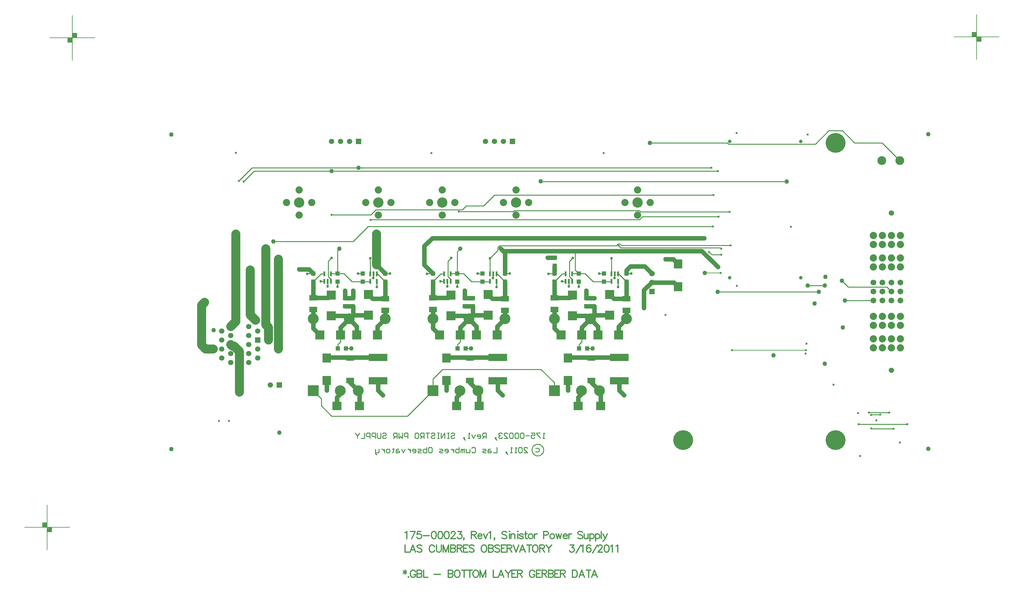
<source format=gbl>
%FSLAX23Y23*%
%MOIN*%
G70*
G01*
G75*
G04 Layer_Physical_Order=5*
G04 Layer_Color=16711680*
%ADD10R,0.051X0.059*%
%ADD11R,0.102X0.094*%
%ADD12R,0.070X0.135*%
%ADD13R,0.050X0.050*%
%ADD14R,0.079X0.209*%
%ADD15R,0.050X0.050*%
%ADD16R,0.022X0.057*%
%ADD17R,0.022X0.057*%
%ADD18R,0.059X0.051*%
%ADD19R,0.200X0.040*%
%ADD20R,0.200X0.150*%
%ADD21R,0.057X0.022*%
%ADD22R,0.057X0.022*%
%ADD23R,0.036X0.036*%
%ADD24O,0.014X0.067*%
%ADD25O,0.024X0.079*%
%ADD26R,0.059X0.039*%
%ADD27R,0.057X0.012*%
%ADD28R,0.025X0.185*%
%ADD29R,0.025X0.100*%
%ADD30C,0.010*%
%ADD31C,0.050*%
%ADD32C,0.007*%
%ADD33C,0.100*%
%ADD34C,0.012*%
%ADD35C,0.008*%
%ADD36C,0.012*%
%ADD37C,0.012*%
%ADD38C,0.115*%
%ADD39C,0.080*%
%ADD40R,0.120X0.120*%
%ADD41C,0.120*%
%ADD42R,0.059X0.059*%
%ADD43C,0.059*%
%ADD44C,0.050*%
%ADD45R,0.063X0.063*%
%ADD46C,0.063*%
%ADD47C,0.098*%
%ADD48C,0.065*%
%ADD49C,0.220*%
%ADD50C,0.039*%
%ADD51C,0.024*%
%ADD52C,0.030*%
%ADD53C,0.040*%
%ADD54C,0.093*%
G04:AMPARAMS|DCode=55|XSize=98mil|YSize=98mil|CornerRadius=0mil|HoleSize=0mil|Usage=FLASHONLY|Rotation=0.000|XOffset=0mil|YOffset=0mil|HoleType=Round|Shape=Relief|Width=10mil|Gap=10mil|Entries=4|*
%AMTHD55*
7,0,0,0.098,0.078,0.010,45*
%
%ADD55THD55*%
%ADD56C,0.098*%
%ADD57C,0.055*%
G04:AMPARAMS|DCode=58|XSize=95.433mil|YSize=95.433mil|CornerRadius=0mil|HoleSize=0mil|Usage=FLASHONLY|Rotation=0.000|XOffset=0mil|YOffset=0mil|HoleType=Round|Shape=Relief|Width=10mil|Gap=10mil|Entries=4|*
%AMTHD58*
7,0,0,0.095,0.075,0.010,45*
%
%ADD58THD58*%
%ADD59C,0.130*%
%ADD60C,0.059*%
%ADD61C,0.079*%
%ADD62C,0.072*%
%ADD63C,0.060*%
%ADD64C,0.170*%
%ADD65C,0.048*%
G04:AMPARAMS|DCode=66|XSize=87.559mil|YSize=87.559mil|CornerRadius=0mil|HoleSize=0mil|Usage=FLASHONLY|Rotation=0.000|XOffset=0mil|YOffset=0mil|HoleType=Round|Shape=Relief|Width=10mil|Gap=10mil|Entries=4|*
%AMTHD66*
7,0,0,0.088,0.068,0.010,45*
%
%ADD66THD66*%
%ADD67C,0.186*%
%ADD68C,0.060*%
%ADD69C,0.048*%
G04:AMPARAMS|DCode=70|XSize=70mil|YSize=70mil|CornerRadius=0mil|HoleSize=0mil|Usage=FLASHONLY|Rotation=0.000|XOffset=0mil|YOffset=0mil|HoleType=Round|Shape=Relief|Width=10mil|Gap=10mil|Entries=4|*
%AMTHD70*
7,0,0,0.070,0.050,0.010,45*
%
%ADD70THD70*%
G04:AMPARAMS|DCode=71|XSize=88mil|YSize=88mil|CornerRadius=0mil|HoleSize=0mil|Usage=FLASHONLY|Rotation=0.000|XOffset=0mil|YOffset=0mil|HoleType=Round|Shape=Relief|Width=10mil|Gap=10mil|Entries=4|*
%AMTHD71*
7,0,0,0.088,0.068,0.010,45*
%
%ADD71THD71*%
G04:AMPARAMS|DCode=72|XSize=75mil|YSize=75mil|CornerRadius=0mil|HoleSize=0mil|Usage=FLASHONLY|Rotation=0.000|XOffset=0mil|YOffset=0mil|HoleType=Round|Shape=Relief|Width=10mil|Gap=10mil|Entries=4|*
%AMTHD72*
7,0,0,0.075,0.055,0.010,45*
%
%ADD72THD72*%
%ADD73C,0.035*%
%ADD74C,0.005*%
%ADD75C,0.058*%
G04:AMPARAMS|DCode=76|XSize=138mil|YSize=138mil|CornerRadius=0mil|HoleSize=0mil|Usage=FLASHONLY|Rotation=0.000|XOffset=0mil|YOffset=0mil|HoleType=Round|Shape=Relief|Width=10mil|Gap=10mil|Entries=4|*
%AMTHD76*
7,0,0,0.138,0.118,0.010,45*
%
%ADD76THD76*%
G04:AMPARAMS|DCode=77|XSize=119.055mil|YSize=119.055mil|CornerRadius=0mil|HoleSize=0mil|Usage=FLASHONLY|Rotation=0.000|XOffset=0mil|YOffset=0mil|HoleType=Round|Shape=Relief|Width=10mil|Gap=10mil|Entries=4|*
%AMTHD77*
7,0,0,0.119,0.099,0.010,45*
%
%ADD77THD77*%
G04:AMPARAMS|DCode=78|XSize=112mil|YSize=112mil|CornerRadius=0mil|HoleSize=0mil|Usage=FLASHONLY|Rotation=0.000|XOffset=0mil|YOffset=0mil|HoleType=Round|Shape=Relief|Width=10mil|Gap=10mil|Entries=4|*
%AMTHD78*
7,0,0,0.112,0.092,0.010,45*
%
%ADD78THD78*%
G04:AMPARAMS|DCode=79|XSize=100mil|YSize=100mil|CornerRadius=0mil|HoleSize=0mil|Usage=FLASHONLY|Rotation=0.000|XOffset=0mil|YOffset=0mil|HoleType=Round|Shape=Relief|Width=10mil|Gap=10mil|Entries=4|*
%AMTHD79*
7,0,0,0.100,0.080,0.010,45*
%
%ADD79THD79*%
%ADD80R,0.094X0.102*%
%ADD81R,0.087X0.059*%
%ADD82R,0.209X0.079*%
%ADD83R,0.100X0.100*%
%ADD84R,0.086X0.060*%
%ADD85R,0.100X0.100*%
D11*
X19200Y16325D02*
D03*
X19452D02*
D03*
X20530D02*
D03*
X20782D02*
D03*
X21880D02*
D03*
X22132D02*
D03*
D13*
X19211Y16965D02*
D03*
X19301D02*
D03*
X20541D02*
D03*
X20631D02*
D03*
X21891D02*
D03*
X21981D02*
D03*
D15*
X19291Y17435D02*
D03*
Y17525D02*
D03*
X19736Y17800D02*
D03*
Y17710D02*
D03*
X18936D02*
D03*
Y17800D02*
D03*
X19206Y17710D02*
D03*
Y17800D02*
D03*
X19486D02*
D03*
Y17710D02*
D03*
X19371Y17525D02*
D03*
Y17435D02*
D03*
X20266Y17710D02*
D03*
Y17800D02*
D03*
X21066D02*
D03*
Y17710D02*
D03*
X20536D02*
D03*
Y17800D02*
D03*
X20621Y17435D02*
D03*
Y17525D02*
D03*
X20816Y17800D02*
D03*
Y17710D02*
D03*
X21616D02*
D03*
Y17800D02*
D03*
X22416D02*
D03*
Y17710D02*
D03*
X21886D02*
D03*
Y17800D02*
D03*
X21971Y17435D02*
D03*
Y17525D02*
D03*
X22166Y17800D02*
D03*
Y17710D02*
D03*
X20711Y17525D02*
D03*
Y17435D02*
D03*
X21621Y17975D02*
D03*
Y17885D02*
D03*
D16*
X19134Y17713D02*
D03*
X19569Y17797D02*
D03*
X20464Y17713D02*
D03*
X20899Y17797D02*
D03*
X21814Y17713D02*
D03*
X22249Y17797D02*
D03*
D17*
X19096Y17713D02*
D03*
X19059D02*
D03*
Y17797D02*
D03*
X19134D02*
D03*
X19606D02*
D03*
X19644D02*
D03*
Y17713D02*
D03*
X19569D02*
D03*
X20426D02*
D03*
X20389D02*
D03*
Y17797D02*
D03*
X20464D02*
D03*
X20936D02*
D03*
X20974D02*
D03*
Y17713D02*
D03*
X20899D02*
D03*
X21776D02*
D03*
X21739D02*
D03*
Y17797D02*
D03*
X21814D02*
D03*
X22286D02*
D03*
X22324D02*
D03*
Y17713D02*
D03*
X22249D02*
D03*
D30*
X21496Y15837D02*
X21495Y15846D01*
X21493Y15856D01*
X21489Y15865D01*
X21484Y15874D01*
X21478Y15881D01*
X21470Y15888D01*
X21462Y15893D01*
X21453Y15898D01*
X21443Y15900D01*
X21434Y15901D01*
X21424Y15901D01*
X21414Y15899D01*
X21405Y15896D01*
X21396Y15891D01*
X21388Y15885D01*
X21381Y15878D01*
X21375Y15870D01*
X21371Y15861D01*
X21368Y15851D01*
X21367Y15842D01*
Y15832D01*
X21368Y15822D01*
X21371Y15812D01*
X21375Y15804D01*
X21381Y15795D01*
X21388Y15788D01*
X21396Y15782D01*
X21405Y15778D01*
X21414Y15774D01*
X21424Y15772D01*
X21434Y15772D01*
X21443Y15773D01*
X21453Y15776D01*
X21462Y15780D01*
X21470Y15785D01*
X21478Y15792D01*
X21484Y15799D01*
X21489Y15808D01*
X21493Y15817D01*
X21495Y15827D01*
X21496Y15837D01*
X24816Y19389D02*
X24951Y19254D01*
X24665Y19389D02*
X24816D01*
X24516Y19239D02*
X24665Y19389D01*
X23551Y19239D02*
X24516D01*
X24951Y19254D02*
X25256D01*
X20974Y17648D02*
Y17713D01*
X21846Y17840D02*
Y18050D01*
X19644Y17648D02*
Y17713D01*
X19140Y18939D02*
X23433D01*
X18279D02*
X19140D01*
X19441Y18976D02*
X23359D01*
X18257D02*
X19441D01*
X21464Y18825D02*
X21466Y18823D01*
X24196D01*
X21616Y16495D02*
Y16585D01*
X21468Y16733D02*
X21616Y16585D01*
X20373Y16733D02*
X21468D01*
X20266Y16626D02*
X20373Y16733D01*
X20266Y16495D02*
Y16626D01*
X19985Y16214D02*
X20266Y16495D01*
X19142Y16214D02*
X19985D01*
X19026Y16330D02*
X19142Y16214D01*
X19026Y16330D02*
Y16405D01*
X18936Y16495D02*
X19026Y16405D01*
X18111Y18830D02*
X18257Y18976D01*
X18164Y18824D02*
X18279Y18939D01*
X23384Y18672D02*
X23385Y18673D01*
X20950Y18672D02*
X23384D01*
X20832Y18554D02*
X20950Y18672D01*
X20637Y18554D02*
X20832D01*
X20593Y18510D02*
X20637Y18554D01*
X19635Y18510D02*
X20593D01*
X19578Y18453D02*
X19635Y18510D01*
X19141Y18453D02*
X19578D01*
X19575Y18396D02*
X19578Y18399D01*
X22562D01*
X22597Y18434D01*
X23440D01*
X20553Y18488D02*
X21160D01*
X21171Y18499D01*
X22562D01*
X22575Y18486D01*
X23563D01*
X20899Y17969D02*
X20986Y18056D01*
Y18089D01*
X21007Y18110D01*
X22303D01*
X22323Y18130D01*
X22342D01*
X22359Y18113D01*
X23574D01*
X22332Y18108D02*
X22355Y18085D01*
X23462D01*
X23471Y18076D01*
X23367Y18008D02*
X23471D01*
X23335Y18040D02*
X23367Y18008D01*
X19547Y18323D02*
X23377D01*
X19379Y18155D02*
X19547Y18323D01*
X18494Y18155D02*
X19379D01*
X24998Y16124D02*
X25000Y16122D01*
X25537D01*
X25138Y16075D02*
X25139Y16074D01*
X25384D01*
X25135Y16228D02*
X25236D01*
X25134Y16227D02*
X25135Y16228D01*
X25109Y16254D02*
X25338D01*
X24810Y17721D02*
X24882Y17649D01*
X25312D01*
X25362Y17598D01*
X24843Y17499D02*
X25162D01*
X23432Y17597D02*
X23434Y17595D01*
X24555D01*
X21846Y17840D02*
X21886Y17800D01*
X20536Y18040D02*
X20571Y18075D01*
X20536Y17800D02*
Y18040D01*
X19206Y18055D02*
X19226Y18075D01*
X19206Y17800D02*
Y18055D01*
X24431Y17665D02*
X24621D01*
X22324Y17648D02*
Y17713D01*
X19451Y16325D02*
X19452D01*
X19301Y16965D02*
X19361D01*
X19211D02*
Y17010D01*
X19241Y17040D01*
Y17115D01*
X19206Y17652D02*
Y17710D01*
X19096Y17657D02*
Y17713D01*
Y17657D02*
X19097Y17656D01*
X19486Y17710D02*
X19566D01*
X19569Y17713D01*
X19206Y17800D02*
X19278D01*
X19368Y17710D01*
X19486D01*
X19649Y17797D02*
X19736Y17710D01*
X19644Y17797D02*
X19649D01*
X19644Y17648D02*
X19644Y17648D01*
X19737Y17799D02*
X19790D01*
X19736Y17800D02*
X19737Y17799D01*
X18936Y17710D02*
X19024Y17797D01*
X19059D01*
X19022Y17713D02*
X19059D01*
X18871Y17797D02*
X18874Y17800D01*
X18936D01*
X19137D02*
X19206D01*
X19134Y17797D02*
X19137Y17800D01*
X19134Y17713D02*
Y17736D01*
X19103Y17766D02*
X19134Y17736D01*
X19103Y17766D02*
Y17935D01*
X19141Y17973D01*
X19569Y17797D02*
Y17969D01*
X19569Y17969D01*
X19606Y17749D02*
Y17797D01*
X19605Y17748D02*
X19606Y17749D01*
X19436Y17800D02*
X19486D01*
X19435Y17801D02*
X19436Y17800D01*
X20433Y17766D02*
X20464Y17736D01*
X20433Y17766D02*
Y17935D01*
X20471Y17973D01*
X20464Y17713D02*
Y17736D01*
X20426Y17657D02*
X20427Y17656D01*
X20426Y17657D02*
Y17713D01*
X20201Y17797D02*
X20204Y17800D01*
X20266D01*
X20352Y17713D02*
X20389D01*
X20266Y17710D02*
X20354Y17797D01*
X20389D01*
X20464D02*
X20467Y17800D01*
X20536D01*
X20899Y17969D02*
X20899Y17969D01*
X20899Y17797D02*
Y17969D01*
X20935Y17748D02*
X20936Y17749D01*
Y17797D01*
X20974D02*
X20979D01*
X21066Y17710D01*
X20974Y17648D02*
X20974Y17648D01*
X21067Y17799D02*
X21120D01*
X20896Y17710D02*
X20899Y17713D01*
X20816Y17710D02*
X20896D01*
X21066Y17800D02*
X21067Y17799D01*
X20536Y17652D02*
Y17710D01*
X20608Y17800D02*
X20698Y17710D01*
X20816D01*
X20536Y17800D02*
X20608D01*
X20541Y16965D02*
Y17010D01*
X20571Y17040D01*
Y17115D01*
X20631Y16965D02*
X20691D01*
X20781Y16325D02*
X20782D01*
X20766Y17800D02*
X20816D01*
X20765Y17801D02*
X20766Y17800D01*
X21783Y17766D02*
X21814Y17736D01*
X21783Y17766D02*
Y17935D01*
X21821Y17973D01*
X21814Y17713D02*
Y17736D01*
X21776Y17657D02*
X21777Y17656D01*
X21776Y17657D02*
Y17713D01*
X21551Y17797D02*
X21554Y17800D01*
X21616D01*
X21702Y17713D02*
X21739D01*
X21616Y17710D02*
X21704Y17797D01*
X21739D01*
X21814D02*
X21817Y17800D01*
X21886D01*
X22249Y17969D02*
X22249Y17969D01*
X22249Y17797D02*
Y17969D01*
X22285Y17748D02*
X22286Y17749D01*
Y17797D01*
X22324D02*
X22329D01*
X22416Y17710D01*
X22324Y17648D02*
X22324Y17648D01*
X22417Y17799D02*
X22470D01*
X22246Y17710D02*
X22249Y17713D01*
X22166Y17710D02*
X22246D01*
X22416Y17800D02*
X22417Y17799D01*
X21886Y17652D02*
Y17710D01*
X22048D02*
X22166D01*
X21958Y17800D02*
X22048Y17710D01*
X21886Y17800D02*
X21958D01*
X21891Y16965D02*
Y17010D01*
X21921Y17040D01*
Y17115D01*
X21981Y16965D02*
X22041D01*
X22131Y16325D02*
X22132D01*
X22116Y17800D02*
X22166D01*
X22115Y17801D02*
X22116Y17800D01*
X22676Y19254D02*
X23536D01*
X23551Y19239D01*
X25256Y19254D02*
X25455Y19055D01*
X21277Y15807D02*
X21317D01*
X21277Y15847D01*
Y15857D01*
X21287Y15867D01*
X21307D01*
X21317Y15857D01*
X21257D02*
X21247Y15867D01*
X21227D01*
X21217Y15857D01*
Y15817D01*
X21227Y15807D01*
X21247D01*
X21257Y15817D01*
Y15857D01*
X21197Y15807D02*
X21177D01*
X21187D01*
Y15867D01*
X21197Y15857D01*
X21147Y15807D02*
X21127D01*
X21137D01*
Y15867D01*
X21147Y15857D01*
X21087Y15797D02*
X21077Y15807D01*
Y15817D01*
X21087D01*
Y15807D01*
X21077D01*
X21087Y15797D01*
X21097Y15787D01*
X20977Y15867D02*
Y15807D01*
X20937D01*
X20907Y15847D02*
X20887D01*
X20877Y15837D01*
Y15807D01*
X20907D01*
X20917Y15817D01*
X20907Y15827D01*
X20877D01*
X20857Y15807D02*
X20827D01*
X20817Y15817D01*
X20827Y15827D01*
X20847D01*
X20857Y15837D01*
X20847Y15847D01*
X20817D01*
X20697Y15857D02*
X20707Y15867D01*
X20727D01*
X20737Y15857D01*
Y15817D01*
X20727Y15807D01*
X20707D01*
X20697Y15817D01*
X20677Y15847D02*
Y15817D01*
X20667Y15807D01*
X20637D01*
Y15847D01*
X20617Y15807D02*
Y15847D01*
X20607D01*
X20597Y15837D01*
Y15807D01*
Y15837D01*
X20587Y15847D01*
X20577Y15837D01*
Y15807D01*
X20557Y15867D02*
Y15807D01*
X20527D01*
X20517Y15817D01*
Y15827D01*
Y15837D01*
X20527Y15847D01*
X20557D01*
X20497D02*
Y15807D01*
Y15827D01*
X20487Y15837D01*
X20477Y15847D01*
X20467D01*
X20407Y15807D02*
X20427D01*
X20437Y15817D01*
Y15837D01*
X20427Y15847D01*
X20407D01*
X20397Y15837D01*
Y15827D01*
X20437D01*
X20377Y15807D02*
X20347D01*
X20337Y15817D01*
X20347Y15827D01*
X20367D01*
X20377Y15837D01*
X20367Y15847D01*
X20337D01*
X20227Y15867D02*
X20247D01*
X20257Y15857D01*
Y15817D01*
X20247Y15807D01*
X20227D01*
X20217Y15817D01*
Y15857D01*
X20227Y15867D01*
X20197D02*
Y15807D01*
X20167D01*
X20157Y15817D01*
Y15827D01*
Y15837D01*
X20167Y15847D01*
X20197D01*
X20137Y15807D02*
X20107D01*
X20097Y15817D01*
X20107Y15827D01*
X20127D01*
X20137Y15837D01*
X20127Y15847D01*
X20097D01*
X20047Y15807D02*
X20067D01*
X20077Y15817D01*
Y15837D01*
X20067Y15847D01*
X20047D01*
X20037Y15837D01*
Y15827D01*
X20077D01*
X20017Y15847D02*
Y15807D01*
Y15827D01*
X20007Y15837D01*
X19997Y15847D01*
X19987D01*
X19957D02*
X19937Y15807D01*
X19917Y15847D01*
X19887D02*
X19867D01*
X19857Y15837D01*
Y15807D01*
X19887D01*
X19897Y15817D01*
X19887Y15827D01*
X19857D01*
X19827Y15857D02*
Y15847D01*
X19837D01*
X19817D01*
X19827D01*
Y15817D01*
X19817Y15807D01*
X19777D02*
X19757D01*
X19747Y15817D01*
Y15837D01*
X19757Y15847D01*
X19777D01*
X19787Y15837D01*
Y15817D01*
X19777Y15807D01*
X19727Y15847D02*
Y15807D01*
Y15827D01*
X19717Y15837D01*
X19707Y15847D01*
X19697D01*
X19667D02*
Y15817D01*
X19657Y15807D01*
X19627D01*
Y15797D01*
X19637Y15787D01*
X19647D01*
X19627Y15807D02*
Y15847D01*
X21406Y15856D02*
X21436D01*
X21446Y15846D01*
Y15826D01*
X21436Y15816D01*
X21406D01*
X21506Y15965D02*
X21486D01*
X21496D01*
Y16025D01*
X21506Y16015D01*
X21456Y16025D02*
X21416D01*
Y16015D01*
X21456Y15975D01*
Y15965D01*
X21356Y16025D02*
X21396D01*
Y15995D01*
X21376Y16005D01*
X21366D01*
X21356Y15995D01*
Y15975D01*
X21366Y15965D01*
X21386D01*
X21396Y15975D01*
X21336Y15995D02*
X21296D01*
X21276Y16015D02*
X21266Y16025D01*
X21246D01*
X21236Y16015D01*
Y15975D01*
X21246Y15965D01*
X21266D01*
X21276Y15975D01*
Y16015D01*
X21216D02*
X21206Y16025D01*
X21186D01*
X21176Y16015D01*
Y15975D01*
X21186Y15965D01*
X21206D01*
X21216Y15975D01*
Y16015D01*
X21156D02*
X21146Y16025D01*
X21126D01*
X21116Y16015D01*
Y15975D01*
X21126Y15965D01*
X21146D01*
X21156Y15975D01*
Y16015D01*
X21056Y15965D02*
X21096D01*
X21056Y16005D01*
Y16015D01*
X21066Y16025D01*
X21086D01*
X21096Y16015D01*
X21036D02*
X21026Y16025D01*
X21006D01*
X20996Y16015D01*
Y16005D01*
X21006Y15995D01*
X21016D01*
X21006D01*
X20996Y15985D01*
Y15975D01*
X21006Y15965D01*
X21026D01*
X21036Y15975D01*
X20966Y15955D02*
X20956Y15965D01*
Y15975D01*
X20966D01*
Y15965D01*
X20956D01*
X20966Y15955D01*
X20976Y15945D01*
X20856Y15965D02*
Y16025D01*
X20826D01*
X20816Y16015D01*
Y15995D01*
X20826Y15985D01*
X20856D01*
X20836D02*
X20816Y15965D01*
X20766D02*
X20786D01*
X20796Y15975D01*
Y15995D01*
X20786Y16005D01*
X20766D01*
X20756Y15995D01*
Y15985D01*
X20796D01*
X20736Y16005D02*
X20716Y15965D01*
X20696Y16005D01*
X20676Y15965D02*
X20656D01*
X20666D01*
Y16025D01*
X20676Y16015D01*
X20616Y15955D02*
X20606Y15965D01*
Y15975D01*
X20616D01*
Y15965D01*
X20606D01*
X20616Y15955D01*
X20626Y15945D01*
X20466Y16015D02*
X20476Y16025D01*
X20496D01*
X20506Y16015D01*
Y16005D01*
X20496Y15995D01*
X20476D01*
X20466Y15985D01*
Y15975D01*
X20476Y15965D01*
X20496D01*
X20506Y15975D01*
X20446Y16025D02*
X20426D01*
X20436D01*
Y15965D01*
X20446D01*
X20426D01*
X20396D02*
Y16025D01*
X20356Y15965D01*
Y16025D01*
X20336D02*
X20316D01*
X20326D01*
Y15965D01*
X20336D01*
X20316D01*
X20246Y16015D02*
X20256Y16025D01*
X20276D01*
X20286Y16015D01*
Y16005D01*
X20276Y15995D01*
X20256D01*
X20246Y15985D01*
Y15975D01*
X20256Y15965D01*
X20276D01*
X20286Y15975D01*
X20226Y16025D02*
X20186D01*
X20206D01*
Y15965D01*
X20166D02*
Y16025D01*
X20136D01*
X20126Y16015D01*
Y15995D01*
X20136Y15985D01*
X20166D01*
X20146D02*
X20126Y15965D01*
X20076Y16025D02*
X20096D01*
X20106Y16015D01*
Y15975D01*
X20096Y15965D01*
X20076D01*
X20066Y15975D01*
Y16015D01*
X20076Y16025D01*
X19986Y15965D02*
Y16025D01*
X19956D01*
X19946Y16015D01*
Y15995D01*
X19956Y15985D01*
X19986D01*
X19926Y16025D02*
Y15965D01*
X19906Y15985D01*
X19886Y15965D01*
Y16025D01*
X19866Y15965D02*
Y16025D01*
X19836D01*
X19826Y16015D01*
Y15995D01*
X19836Y15985D01*
X19866D01*
X19846D02*
X19826Y15965D01*
X19706Y16015D02*
X19716Y16025D01*
X19736D01*
X19746Y16015D01*
Y16005D01*
X19736Y15995D01*
X19716D01*
X19706Y15985D01*
Y15975D01*
X19716Y15965D01*
X19736D01*
X19746Y15975D01*
X19686Y16025D02*
Y15975D01*
X19676Y15965D01*
X19657D01*
X19647Y15975D01*
Y16025D01*
X19627Y15965D02*
Y16025D01*
X19597D01*
X19587Y16015D01*
Y15995D01*
X19597Y15985D01*
X19627D01*
X19567Y15965D02*
Y16025D01*
X19537D01*
X19527Y16015D01*
Y15995D01*
X19537Y15985D01*
X19567D01*
X19507Y16025D02*
Y15965D01*
X19467D01*
X19447Y16025D02*
Y16015D01*
X19427Y15995D01*
X19407Y16015D01*
Y16025D01*
X19427Y15995D02*
Y15965D01*
D31*
X21846Y18050D02*
X23255D01*
X21046D02*
X21846D01*
X21046D02*
X21066Y18030D01*
X21021Y18075D02*
X21046Y18050D01*
X23255D02*
X23433Y17872D01*
X20260Y18194D02*
X23281D01*
X20171Y18105D02*
X20260Y18194D01*
X20171Y17960D02*
Y18105D01*
X19641Y17895D02*
X19736Y17800D01*
X22611Y17415D02*
Y17615D01*
X22696Y17700D01*
X22701D01*
X20171Y17895D02*
Y17960D01*
Y17895D02*
X20266Y17800D01*
X21066D02*
Y18030D01*
X18781Y17845D02*
X18891D01*
X18936Y17800D01*
X22701Y17700D02*
X22945D01*
X22991Y17654D01*
X22851Y17960D02*
X22937D01*
X22991Y17906D01*
X22621Y17880D02*
X22701Y17800D01*
X22461Y17880D02*
X22621D01*
X22416Y17835D02*
X22461Y17880D01*
X22416Y17800D02*
Y17835D01*
X19371Y17525D02*
X19381D01*
X19291D02*
X19371D01*
X21541Y17975D02*
X21621D01*
X21616Y17800D02*
Y17880D01*
X19452Y16325D02*
Y16479D01*
X19346Y16585D02*
Y16609D01*
X19436Y16495D02*
X19452Y16479D01*
X19346Y16585D02*
X19436Y16495D01*
X19086Y16861D02*
X19090Y16865D01*
X19656D01*
X19086Y16500D02*
Y16609D01*
X19236Y16460D02*
Y16495D01*
X19200Y16424D02*
X19236Y16460D01*
X19200Y16325D02*
Y16424D01*
X19656Y16500D02*
Y16605D01*
Y16500D02*
X19711Y16445D01*
X19241Y17115D02*
Y17200D01*
X19336Y17295D01*
X19421Y17210D01*
Y17115D02*
Y17210D01*
X19376Y17335D02*
X19551D01*
X19336Y17295D02*
X19376Y17335D01*
X19136Y17330D02*
X19301D01*
X19336Y17295D01*
X19291Y17435D02*
X19381D01*
Y17340D02*
Y17435D01*
X19376Y17335D02*
X19381Y17340D01*
X19291Y17525D02*
Y17610D01*
X19736Y17295D02*
Y17390D01*
X19651Y17210D02*
X19736Y17295D01*
X19651Y17115D02*
Y17210D01*
X19551Y17565D02*
X19596Y17520D01*
X19736D01*
Y17710D01*
X18936Y17190D02*
X19011Y17115D01*
X18936Y17190D02*
Y17295D01*
Y17400D01*
Y17530D02*
X19106D01*
X19136Y17560D01*
X18936Y17530D02*
Y17710D01*
X20266Y17530D02*
Y17710D01*
X21066Y17520D02*
Y17710D01*
X20266Y17190D02*
X20341Y17115D01*
X20266Y17295D02*
Y17400D01*
Y17190D02*
Y17295D01*
X20571Y17115D02*
Y17200D01*
X20666Y17295D01*
X20466Y17330D02*
X20631D01*
X20666Y17295D02*
X20706Y17335D01*
X20666Y17295D02*
X20751Y17210D01*
Y17115D02*
Y17210D01*
X20631Y17330D02*
X20666Y17295D01*
X20706Y17335D02*
X20711Y17340D01*
Y17435D01*
X20706Y17335D02*
X20881D01*
X20981Y17115D02*
Y17210D01*
X21066Y17295D01*
Y17390D01*
X20676Y16585D02*
X20766Y16495D01*
X20782Y16325D02*
Y16479D01*
X20766Y16495D02*
X20782Y16479D01*
X20530Y16325D02*
Y16424D01*
X20566Y16460D02*
Y16495D01*
X20530Y16424D02*
X20566Y16460D01*
X20420Y16865D02*
X20986D01*
X20676Y16585D02*
Y16609D01*
X20266Y17530D02*
X20436D01*
X20926Y17520D02*
X21066D01*
X20986Y16500D02*
Y16605D01*
Y16500D02*
X21041Y16445D01*
X20621Y17435D02*
X20711D01*
X20621Y17525D02*
Y17610D01*
Y17525D02*
X20711D01*
X20436Y17530D02*
X20466Y17560D01*
X20416Y16500D02*
Y16609D01*
Y16861D02*
X20420Y16865D01*
X20881Y17565D02*
X20926Y17520D01*
X21616Y17530D02*
Y17710D01*
X22416Y17520D02*
Y17710D01*
X21616Y17190D02*
X21691Y17115D01*
X21616Y17295D02*
Y17400D01*
Y17190D02*
Y17295D01*
X21921Y17115D02*
Y17200D01*
X22016Y17295D01*
X21816Y17330D02*
X21981D01*
X22016Y17295D02*
X22056Y17335D01*
X22016Y17295D02*
X22101Y17210D01*
Y17115D02*
Y17210D01*
X21981Y17330D02*
X22016Y17295D01*
X22056Y17335D02*
X22061Y17340D01*
Y17435D01*
X22056Y17335D02*
X22231D01*
X22331Y17115D02*
Y17210D01*
X22416Y17295D01*
Y17390D01*
X22026Y16585D02*
X22116Y16495D01*
X22132Y16325D02*
Y16479D01*
X22116Y16495D02*
X22132Y16479D01*
X21880Y16325D02*
Y16424D01*
X21916Y16460D01*
Y16495D01*
X21770Y16865D02*
X22336D01*
X22026Y16585D02*
Y16609D01*
X21616Y17530D02*
X21786D01*
X22276Y17520D02*
X22416D01*
X22336Y16500D02*
X22391Y16445D01*
X22336Y16500D02*
Y16605D01*
X21971Y17435D02*
X22061D01*
X21971Y17525D02*
Y17610D01*
Y17525D02*
X22061D01*
X21786Y17530D02*
X21816Y17560D01*
X21766Y16500D02*
Y16609D01*
Y16861D02*
X21770Y16865D01*
X22231Y17565D02*
X22276Y17520D01*
X19381Y17525D02*
Y17610D01*
D32*
X23287Y17806D02*
X23464D01*
X23590Y16945D02*
X24409D01*
D33*
X19641Y17895D02*
Y18240D01*
X18236Y17340D02*
Y17840D01*
Y17340D02*
X18296Y17280D01*
X18411Y17230D02*
Y18075D01*
Y17230D02*
X18441Y17200D01*
Y17060D02*
Y17200D01*
X18551Y16960D02*
Y17960D01*
X17696Y17445D02*
X17731Y17480D01*
X17696Y17005D02*
Y17445D01*
Y17005D02*
X17741Y16960D01*
X17826D01*
X18076Y17265D02*
Y18240D01*
X18021Y17210D02*
X18076Y17265D01*
X18021Y17010D02*
X18037Y16994D01*
X18056D01*
X18116Y16934D01*
Y16480D02*
Y16934D01*
D34*
X19956Y14499D02*
Y14454D01*
X19937Y14488D02*
X19975Y14465D01*
Y14488D02*
X19937Y14465D01*
X19995Y14427D02*
X19991Y14423D01*
X19995Y14419D01*
X19999Y14423D01*
X19995Y14427D01*
X20074Y14480D02*
X20070Y14488D01*
X20062Y14496D01*
X20055Y14499D01*
X20039D01*
X20032Y14496D01*
X20024Y14488D01*
X20020Y14480D01*
X20017Y14469D01*
Y14450D01*
X20020Y14439D01*
X20024Y14431D01*
X20032Y14423D01*
X20039Y14419D01*
X20055D01*
X20062Y14423D01*
X20070Y14431D01*
X20074Y14439D01*
Y14450D01*
X20055D02*
X20074D01*
X20092Y14499D02*
Y14419D01*
Y14499D02*
X20126D01*
X20138Y14496D01*
X20142Y14492D01*
X20145Y14484D01*
Y14477D01*
X20142Y14469D01*
X20138Y14465D01*
X20126Y14461D01*
X20092D02*
X20126D01*
X20138Y14458D01*
X20142Y14454D01*
X20145Y14446D01*
Y14435D01*
X20142Y14427D01*
X20138Y14423D01*
X20126Y14419D01*
X20092D01*
X20163Y14499D02*
Y14419D01*
X20209D01*
X20281Y14454D02*
X20349D01*
X20436Y14499D02*
Y14419D01*
Y14499D02*
X20470D01*
X20481Y14496D01*
X20485Y14492D01*
X20489Y14484D01*
Y14477D01*
X20485Y14469D01*
X20481Y14465D01*
X20470Y14461D01*
X20436D02*
X20470D01*
X20481Y14458D01*
X20485Y14454D01*
X20489Y14446D01*
Y14435D01*
X20485Y14427D01*
X20481Y14423D01*
X20470Y14419D01*
X20436D01*
X20530Y14499D02*
X20522Y14496D01*
X20514Y14488D01*
X20511Y14480D01*
X20507Y14469D01*
Y14450D01*
X20511Y14439D01*
X20514Y14431D01*
X20522Y14423D01*
X20530Y14419D01*
X20545D01*
X20553Y14423D01*
X20560Y14431D01*
X20564Y14439D01*
X20568Y14450D01*
Y14469D01*
X20564Y14480D01*
X20560Y14488D01*
X20553Y14496D01*
X20545Y14499D01*
X20530D01*
X20613D02*
Y14419D01*
X20586Y14499D02*
X20640D01*
X20676D02*
Y14419D01*
X20649Y14499D02*
X20703D01*
X20735D02*
X20727Y14496D01*
X20720Y14488D01*
X20716Y14480D01*
X20712Y14469D01*
Y14450D01*
X20716Y14439D01*
X20720Y14431D01*
X20727Y14423D01*
X20735Y14419D01*
X20750D01*
X20758Y14423D01*
X20765Y14431D01*
X20769Y14439D01*
X20773Y14450D01*
Y14469D01*
X20769Y14480D01*
X20765Y14488D01*
X20758Y14496D01*
X20750Y14499D01*
X20735D01*
X20792D02*
Y14419D01*
Y14499D02*
X20822Y14419D01*
X20853Y14499D02*
X20822Y14419D01*
X20853Y14499D02*
Y14419D01*
X20938Y14499D02*
Y14419D01*
X20984D01*
X21054D02*
X21023Y14499D01*
X20993Y14419D01*
X21004Y14446D02*
X21042D01*
X21072Y14499D02*
X21103Y14461D01*
Y14419D01*
X21133Y14499D02*
X21103Y14461D01*
X21193Y14499D02*
X21144D01*
Y14419D01*
X21193D01*
X21144Y14461D02*
X21174D01*
X21206Y14499D02*
Y14419D01*
Y14499D02*
X21241D01*
X21252Y14496D01*
X21256Y14492D01*
X21260Y14484D01*
Y14477D01*
X21256Y14469D01*
X21252Y14465D01*
X21241Y14461D01*
X21206D01*
X21233D02*
X21260Y14419D01*
X21398Y14480D02*
X21394Y14488D01*
X21386Y14496D01*
X21379Y14499D01*
X21363D01*
X21356Y14496D01*
X21348Y14488D01*
X21344Y14480D01*
X21341Y14469D01*
Y14450D01*
X21344Y14439D01*
X21348Y14431D01*
X21356Y14423D01*
X21363Y14419D01*
X21379D01*
X21386Y14423D01*
X21394Y14431D01*
X21398Y14439D01*
Y14450D01*
X21379D02*
X21398D01*
X21465Y14499D02*
X21416D01*
Y14419D01*
X21465D01*
X21416Y14461D02*
X21446D01*
X21479Y14499D02*
Y14419D01*
Y14499D02*
X21513D01*
X21524Y14496D01*
X21528Y14492D01*
X21532Y14484D01*
Y14477D01*
X21528Y14469D01*
X21524Y14465D01*
X21513Y14461D01*
X21479D01*
X21505D02*
X21532Y14419D01*
X21550Y14499D02*
Y14419D01*
Y14499D02*
X21584D01*
X21596Y14496D01*
X21600Y14492D01*
X21603Y14484D01*
Y14477D01*
X21600Y14469D01*
X21596Y14465D01*
X21584Y14461D01*
X21550D02*
X21584D01*
X21596Y14458D01*
X21600Y14454D01*
X21603Y14446D01*
Y14435D01*
X21600Y14427D01*
X21596Y14423D01*
X21584Y14419D01*
X21550D01*
X21671Y14499D02*
X21621D01*
Y14419D01*
X21671D01*
X21621Y14461D02*
X21652D01*
X21684Y14499D02*
Y14419D01*
Y14499D02*
X21718D01*
X21730Y14496D01*
X21734Y14492D01*
X21737Y14484D01*
Y14477D01*
X21734Y14469D01*
X21730Y14465D01*
X21718Y14461D01*
X21684D01*
X21711D02*
X21737Y14419D01*
X21818Y14499D02*
Y14419D01*
Y14499D02*
X21845D01*
X21856Y14496D01*
X21864Y14488D01*
X21868Y14480D01*
X21871Y14469D01*
Y14450D01*
X21868Y14439D01*
X21864Y14431D01*
X21856Y14423D01*
X21845Y14419D01*
X21818D01*
X21950D02*
X21920Y14499D01*
X21889Y14419D01*
X21901Y14446D02*
X21939D01*
X21996Y14499D02*
Y14419D01*
X21969Y14499D02*
X22022D01*
X22093Y14419D02*
X22062Y14499D01*
X22032Y14419D01*
X22043Y14446D02*
X22081D01*
D35*
X15952Y15000D02*
X15962D01*
X15952Y14995D02*
Y15005D01*
Y14995D02*
X15962D01*
Y15005D01*
X15952D02*
X15962D01*
X15947Y14990D02*
Y15005D01*
Y14990D02*
X15967D01*
Y15010D01*
X15947D02*
X15967D01*
X15942Y14985D02*
Y15010D01*
Y14985D02*
X15972D01*
Y15015D01*
X15942D02*
X15972D01*
X15937Y14980D02*
Y15020D01*
Y14980D02*
X15977D01*
Y15020D01*
X15937D02*
X15977D01*
X16002Y14950D02*
X16012D01*
X16002Y14945D02*
Y14955D01*
Y14945D02*
X16012D01*
Y14955D01*
X16002D02*
X16012D01*
X15997Y14940D02*
Y14955D01*
Y14940D02*
X16017D01*
Y14960D01*
X15997D02*
X16017D01*
X15992Y14935D02*
Y14960D01*
Y14935D02*
X16022D01*
Y14965D01*
X15992D02*
X16022D01*
X15987Y14930D02*
Y14970D01*
Y14930D02*
X16027D01*
Y14970D01*
X15987D02*
X16027D01*
X15982Y14925D02*
X16032D01*
Y14975D01*
X15932Y15025D02*
X15982D01*
X15932Y14975D02*
Y15025D01*
X15982Y14725D02*
Y15225D01*
X15732Y14975D02*
X16232D01*
X16237Y20394D02*
Y20404D01*
X16232Y20394D02*
X16242D01*
Y20404D01*
X16232D02*
X16242D01*
X16232Y20394D02*
Y20404D01*
Y20389D02*
X16247D01*
Y20409D01*
X16227D02*
X16247D01*
X16227Y20389D02*
Y20409D01*
Y20384D02*
X16252D01*
Y20414D01*
X16222D02*
X16252D01*
X16222Y20384D02*
Y20414D01*
X16217Y20379D02*
X16257D01*
Y20419D01*
X16217D02*
X16257D01*
X16217Y20379D02*
Y20419D01*
X16287Y20444D02*
Y20454D01*
X16282Y20444D02*
X16292D01*
Y20454D01*
X16282D02*
X16292D01*
X16282Y20444D02*
Y20454D01*
Y20439D02*
X16297D01*
Y20459D01*
X16277D02*
X16297D01*
X16277Y20439D02*
Y20459D01*
Y20434D02*
X16302D01*
Y20464D01*
X16272D02*
X16302D01*
X16272Y20434D02*
Y20464D01*
X16267Y20429D02*
X16307D01*
Y20469D01*
X16267D02*
X16307D01*
X16267Y20429D02*
Y20469D01*
X16312Y20424D02*
Y20474D01*
X16262D02*
X16312D01*
X16212Y20374D02*
Y20424D01*
Y20374D02*
X16262D01*
X16012Y20424D02*
X16512D01*
X16262Y20174D02*
Y20674D01*
X26278Y20459D02*
X26288D01*
X26278Y20454D02*
Y20464D01*
Y20454D02*
X26288D01*
Y20464D01*
X26278D02*
X26288D01*
X26273Y20449D02*
Y20464D01*
Y20449D02*
X26293D01*
Y20469D01*
X26273D02*
X26293D01*
X26268Y20444D02*
Y20469D01*
Y20444D02*
X26298D01*
Y20474D01*
X26268D02*
X26298D01*
X26263Y20439D02*
Y20479D01*
Y20439D02*
X26303D01*
Y20479D01*
X26263D02*
X26303D01*
X26328Y20409D02*
X26338D01*
X26328Y20404D02*
Y20414D01*
Y20404D02*
X26338D01*
Y20414D01*
X26328D02*
X26338D01*
X26323Y20399D02*
Y20414D01*
Y20399D02*
X26343D01*
Y20419D01*
X26323D02*
X26343D01*
X26318Y20394D02*
Y20419D01*
Y20394D02*
X26348D01*
Y20424D01*
X26318D02*
X26348D01*
X26313Y20389D02*
Y20429D01*
Y20389D02*
X26353D01*
Y20429D01*
X26313D02*
X26353D01*
X26308Y20384D02*
X26358D01*
Y20434D01*
X26258Y20484D02*
X26308D01*
X26258Y20434D02*
Y20484D01*
X26308Y20184D02*
Y20684D01*
X26058Y20434D02*
X26558D01*
D36*
X19958Y14915D02*
X19966Y14919D01*
X19977Y14930D01*
Y14850D01*
X20070Y14930D02*
X20032Y14850D01*
X20017Y14930D02*
X20070D01*
X20134D02*
X20096D01*
X20092Y14896D01*
X20096Y14900D01*
X20107Y14903D01*
X20118D01*
X20130Y14900D01*
X20137Y14892D01*
X20141Y14881D01*
Y14873D01*
X20137Y14861D01*
X20130Y14854D01*
X20118Y14850D01*
X20107D01*
X20096Y14854D01*
X20092Y14858D01*
X20088Y14865D01*
X20159Y14884D02*
X20228D01*
X20274Y14930D02*
X20263Y14926D01*
X20255Y14915D01*
X20251Y14896D01*
Y14884D01*
X20255Y14865D01*
X20263Y14854D01*
X20274Y14850D01*
X20282D01*
X20293Y14854D01*
X20301Y14865D01*
X20305Y14884D01*
Y14896D01*
X20301Y14915D01*
X20293Y14926D01*
X20282Y14930D01*
X20274D01*
X20345D02*
X20334Y14926D01*
X20326Y14915D01*
X20323Y14896D01*
Y14884D01*
X20326Y14865D01*
X20334Y14854D01*
X20345Y14850D01*
X20353D01*
X20364Y14854D01*
X20372Y14865D01*
X20376Y14884D01*
Y14896D01*
X20372Y14915D01*
X20364Y14926D01*
X20353Y14930D01*
X20345D01*
X20417D02*
X20405Y14926D01*
X20398Y14915D01*
X20394Y14896D01*
Y14884D01*
X20398Y14865D01*
X20405Y14854D01*
X20417Y14850D01*
X20424D01*
X20436Y14854D01*
X20443Y14865D01*
X20447Y14884D01*
Y14896D01*
X20443Y14915D01*
X20436Y14926D01*
X20424Y14930D01*
X20417D01*
X20469Y14911D02*
Y14915D01*
X20473Y14922D01*
X20476Y14926D01*
X20484Y14930D01*
X20499D01*
X20507Y14926D01*
X20511Y14922D01*
X20515Y14915D01*
Y14907D01*
X20511Y14900D01*
X20503Y14888D01*
X20465Y14850D01*
X20518D01*
X20544Y14930D02*
X20586D01*
X20563Y14900D01*
X20574D01*
X20582Y14896D01*
X20586Y14892D01*
X20590Y14881D01*
Y14873D01*
X20586Y14861D01*
X20578Y14854D01*
X20567Y14850D01*
X20555D01*
X20544Y14854D01*
X20540Y14858D01*
X20536Y14865D01*
X20615Y14854D02*
X20611Y14850D01*
X20607Y14854D01*
X20611Y14858D01*
X20615Y14854D01*
Y14846D01*
X20611Y14839D01*
X20607Y14835D01*
X20695Y14930D02*
Y14850D01*
Y14930D02*
X20730D01*
X20741Y14926D01*
X20745Y14922D01*
X20749Y14915D01*
Y14907D01*
X20745Y14900D01*
X20741Y14896D01*
X20730Y14892D01*
X20695D01*
X20722D02*
X20749Y14850D01*
X20767Y14881D02*
X20812D01*
Y14888D01*
X20809Y14896D01*
X20805Y14900D01*
X20797Y14903D01*
X20786D01*
X20778Y14900D01*
X20770Y14892D01*
X20767Y14881D01*
Y14873D01*
X20770Y14861D01*
X20778Y14854D01*
X20786Y14850D01*
X20797D01*
X20805Y14854D01*
X20812Y14861D01*
X20829Y14903D02*
X20852Y14850D01*
X20875Y14903D02*
X20852Y14850D01*
X20888Y14915D02*
X20896Y14919D01*
X20907Y14930D01*
Y14850D01*
X20954Y14854D02*
X20951Y14850D01*
X20947Y14854D01*
X20951Y14858D01*
X20954Y14854D01*
Y14846D01*
X20951Y14839D01*
X20947Y14835D01*
X21088Y14919D02*
X21080Y14926D01*
X21069Y14930D01*
X21054D01*
X21042Y14926D01*
X21035Y14919D01*
Y14911D01*
X21039Y14903D01*
X21042Y14900D01*
X21050Y14896D01*
X21073Y14888D01*
X21080Y14884D01*
X21084Y14881D01*
X21088Y14873D01*
Y14861D01*
X21080Y14854D01*
X21069Y14850D01*
X21054D01*
X21042Y14854D01*
X21035Y14861D01*
X21114Y14930D02*
X21117Y14926D01*
X21121Y14930D01*
X21117Y14934D01*
X21114Y14930D01*
X21117Y14903D02*
Y14850D01*
X21135Y14903D02*
Y14850D01*
Y14888D02*
X21147Y14900D01*
X21154Y14903D01*
X21166D01*
X21173Y14900D01*
X21177Y14888D01*
Y14850D01*
X21206Y14930D02*
X21210Y14926D01*
X21213Y14930D01*
X21210Y14934D01*
X21206Y14930D01*
X21210Y14903D02*
Y14850D01*
X21269Y14892D02*
X21266Y14900D01*
X21254Y14903D01*
X21243D01*
X21231Y14900D01*
X21227Y14892D01*
X21231Y14884D01*
X21239Y14881D01*
X21258Y14877D01*
X21266Y14873D01*
X21269Y14865D01*
Y14861D01*
X21266Y14854D01*
X21254Y14850D01*
X21243D01*
X21231Y14854D01*
X21227Y14861D01*
X21298Y14930D02*
Y14865D01*
X21301Y14854D01*
X21309Y14850D01*
X21317D01*
X21286Y14903D02*
X21313D01*
X21347D02*
X21339Y14900D01*
X21332Y14892D01*
X21328Y14881D01*
Y14873D01*
X21332Y14861D01*
X21339Y14854D01*
X21347Y14850D01*
X21359D01*
X21366Y14854D01*
X21374Y14861D01*
X21378Y14873D01*
Y14881D01*
X21374Y14892D01*
X21366Y14900D01*
X21359Y14903D01*
X21347D01*
X21395D02*
Y14850D01*
Y14881D02*
X21399Y14892D01*
X21407Y14900D01*
X21414Y14903D01*
X21426D01*
X21496Y14888D02*
X21530D01*
X21541Y14892D01*
X21545Y14896D01*
X21549Y14903D01*
Y14915D01*
X21545Y14922D01*
X21541Y14926D01*
X21530Y14930D01*
X21496D01*
Y14850D01*
X21586Y14903D02*
X21578Y14900D01*
X21571Y14892D01*
X21567Y14881D01*
Y14873D01*
X21571Y14861D01*
X21578Y14854D01*
X21586Y14850D01*
X21597D01*
X21605Y14854D01*
X21613Y14861D01*
X21616Y14873D01*
Y14881D01*
X21613Y14892D01*
X21605Y14900D01*
X21597Y14903D01*
X21586D01*
X21634D02*
X21649Y14850D01*
X21664Y14903D02*
X21649Y14850D01*
X21664Y14903D02*
X21680Y14850D01*
X21695Y14903D02*
X21680Y14850D01*
X21713Y14881D02*
X21759D01*
Y14888D01*
X21755Y14896D01*
X21752Y14900D01*
X21744Y14903D01*
X21733D01*
X21725Y14900D01*
X21717Y14892D01*
X21713Y14881D01*
Y14873D01*
X21717Y14861D01*
X21725Y14854D01*
X21733Y14850D01*
X21744D01*
X21752Y14854D01*
X21759Y14861D01*
X21776Y14903D02*
Y14850D01*
Y14881D02*
X21780Y14892D01*
X21788Y14900D01*
X21795Y14903D01*
X21807D01*
X21930Y14919D02*
X21923Y14926D01*
X21911Y14930D01*
X21896D01*
X21885Y14926D01*
X21877Y14919D01*
Y14911D01*
X21881Y14903D01*
X21885Y14900D01*
X21892Y14896D01*
X21915Y14888D01*
X21923Y14884D01*
X21926Y14881D01*
X21930Y14873D01*
Y14861D01*
X21923Y14854D01*
X21911Y14850D01*
X21896D01*
X21885Y14854D01*
X21877Y14861D01*
X21948Y14903D02*
Y14865D01*
X21952Y14854D01*
X21960Y14850D01*
X21971D01*
X21979Y14854D01*
X21990Y14865D01*
Y14903D02*
Y14850D01*
X22011Y14903D02*
Y14823D01*
Y14892D02*
X22019Y14900D01*
X22026Y14903D01*
X22038D01*
X22045Y14900D01*
X22053Y14892D01*
X22057Y14881D01*
Y14873D01*
X22053Y14861D01*
X22045Y14854D01*
X22038Y14850D01*
X22026D01*
X22019Y14854D01*
X22011Y14861D01*
X22074Y14903D02*
Y14823D01*
Y14892D02*
X22081Y14900D01*
X22089Y14903D01*
X22100D01*
X22108Y14900D01*
X22116Y14892D01*
X22119Y14881D01*
Y14873D01*
X22116Y14861D01*
X22108Y14854D01*
X22100Y14850D01*
X22089D01*
X22081Y14854D01*
X22074Y14861D01*
X22137Y14930D02*
Y14850D01*
X22157Y14903D02*
X22180Y14850D01*
X22203Y14903D02*
X22180Y14850D01*
X22172Y14835D01*
X22165Y14827D01*
X22157Y14823D01*
X22153D01*
D37*
X19958Y14780D02*
Y14700D01*
X20004D01*
X20073D02*
X20043Y14780D01*
X20013Y14700D01*
X20024Y14727D02*
X20062D01*
X20145Y14769D02*
X20138Y14776D01*
X20126Y14780D01*
X20111D01*
X20100Y14776D01*
X20092Y14769D01*
Y14761D01*
X20096Y14753D01*
X20100Y14750D01*
X20107Y14746D01*
X20130Y14738D01*
X20138Y14734D01*
X20142Y14731D01*
X20145Y14723D01*
Y14711D01*
X20138Y14704D01*
X20126Y14700D01*
X20111D01*
X20100Y14704D01*
X20092Y14711D01*
X20283Y14761D02*
X20280Y14769D01*
X20272Y14776D01*
X20264Y14780D01*
X20249D01*
X20241Y14776D01*
X20234Y14769D01*
X20230Y14761D01*
X20226Y14750D01*
Y14731D01*
X20230Y14719D01*
X20234Y14711D01*
X20241Y14704D01*
X20249Y14700D01*
X20264D01*
X20272Y14704D01*
X20280Y14711D01*
X20283Y14719D01*
X20306Y14780D02*
Y14723D01*
X20310Y14711D01*
X20317Y14704D01*
X20329Y14700D01*
X20336D01*
X20348Y14704D01*
X20355Y14711D01*
X20359Y14723D01*
Y14780D01*
X20381D02*
Y14700D01*
Y14780D02*
X20412Y14700D01*
X20442Y14780D02*
X20412Y14700D01*
X20442Y14780D02*
Y14700D01*
X20465Y14780D02*
Y14700D01*
Y14780D02*
X20499D01*
X20511Y14776D01*
X20515Y14772D01*
X20518Y14765D01*
Y14757D01*
X20515Y14750D01*
X20511Y14746D01*
X20499Y14742D01*
X20465D02*
X20499D01*
X20511Y14738D01*
X20515Y14734D01*
X20518Y14727D01*
Y14715D01*
X20515Y14708D01*
X20511Y14704D01*
X20499Y14700D01*
X20465D01*
X20536Y14780D02*
Y14700D01*
Y14780D02*
X20570D01*
X20582Y14776D01*
X20586Y14772D01*
X20590Y14765D01*
Y14757D01*
X20586Y14750D01*
X20582Y14746D01*
X20570Y14742D01*
X20536D01*
X20563D02*
X20590Y14700D01*
X20657Y14780D02*
X20607D01*
Y14700D01*
X20657D01*
X20607Y14742D02*
X20638D01*
X20724Y14769D02*
X20716Y14776D01*
X20705Y14780D01*
X20689D01*
X20678Y14776D01*
X20670Y14769D01*
Y14761D01*
X20674Y14753D01*
X20678Y14750D01*
X20686Y14746D01*
X20708Y14738D01*
X20716Y14734D01*
X20720Y14731D01*
X20724Y14723D01*
Y14711D01*
X20716Y14704D01*
X20705Y14700D01*
X20689D01*
X20678Y14704D01*
X20670Y14711D01*
X20827Y14780D02*
X20820Y14776D01*
X20812Y14769D01*
X20808Y14761D01*
X20804Y14750D01*
Y14731D01*
X20808Y14719D01*
X20812Y14711D01*
X20820Y14704D01*
X20827Y14700D01*
X20842D01*
X20850Y14704D01*
X20858Y14711D01*
X20861Y14719D01*
X20865Y14731D01*
Y14750D01*
X20861Y14761D01*
X20858Y14769D01*
X20850Y14776D01*
X20842Y14780D01*
X20827D01*
X20884D02*
Y14700D01*
Y14780D02*
X20918D01*
X20930Y14776D01*
X20933Y14772D01*
X20937Y14765D01*
Y14757D01*
X20933Y14750D01*
X20930Y14746D01*
X20918Y14742D01*
X20884D02*
X20918D01*
X20930Y14738D01*
X20933Y14734D01*
X20937Y14727D01*
Y14715D01*
X20933Y14708D01*
X20930Y14704D01*
X20918Y14700D01*
X20884D01*
X21008Y14769D02*
X21001Y14776D01*
X20989Y14780D01*
X20974D01*
X20963Y14776D01*
X20955Y14769D01*
Y14761D01*
X20959Y14753D01*
X20963Y14750D01*
X20970Y14746D01*
X20993Y14738D01*
X21001Y14734D01*
X21005Y14731D01*
X21008Y14723D01*
Y14711D01*
X21001Y14704D01*
X20989Y14700D01*
X20974D01*
X20963Y14704D01*
X20955Y14711D01*
X21076Y14780D02*
X21026D01*
Y14700D01*
X21076D01*
X21026Y14742D02*
X21057D01*
X21089Y14780D02*
Y14700D01*
Y14780D02*
X21124D01*
X21135Y14776D01*
X21139Y14772D01*
X21143Y14765D01*
Y14757D01*
X21139Y14750D01*
X21135Y14746D01*
X21124Y14742D01*
X21089D01*
X21116D02*
X21143Y14700D01*
X21160Y14780D02*
X21191Y14700D01*
X21221Y14780D02*
X21191Y14700D01*
X21293D02*
X21262Y14780D01*
X21232Y14700D01*
X21243Y14727D02*
X21281D01*
X21338Y14780D02*
Y14700D01*
X21311Y14780D02*
X21365D01*
X21397D02*
X21389Y14776D01*
X21382Y14769D01*
X21378Y14761D01*
X21374Y14750D01*
Y14731D01*
X21378Y14719D01*
X21382Y14711D01*
X21389Y14704D01*
X21397Y14700D01*
X21412D01*
X21420Y14704D01*
X21427Y14711D01*
X21431Y14719D01*
X21435Y14731D01*
Y14750D01*
X21431Y14761D01*
X21427Y14769D01*
X21420Y14776D01*
X21412Y14780D01*
X21397D01*
X21454D02*
Y14700D01*
Y14780D02*
X21488D01*
X21499Y14776D01*
X21503Y14772D01*
X21507Y14765D01*
Y14757D01*
X21503Y14750D01*
X21499Y14746D01*
X21488Y14742D01*
X21454D01*
X21480D02*
X21507Y14700D01*
X21525Y14780D02*
X21555Y14742D01*
Y14700D01*
X21586Y14780D02*
X21555Y14742D01*
X21792Y14780D02*
X21834D01*
X21811Y14750D01*
X21823D01*
X21830Y14746D01*
X21834Y14742D01*
X21838Y14731D01*
Y14723D01*
X21834Y14711D01*
X21827Y14704D01*
X21815Y14700D01*
X21804D01*
X21792Y14704D01*
X21789Y14708D01*
X21785Y14715D01*
X21856Y14689D02*
X21909Y14780D01*
X21915Y14765D02*
X21922Y14769D01*
X21934Y14780D01*
Y14700D01*
X22019Y14769D02*
X22015Y14776D01*
X22004Y14780D01*
X21996D01*
X21985Y14776D01*
X21977Y14765D01*
X21973Y14746D01*
Y14727D01*
X21977Y14711D01*
X21985Y14704D01*
X21996Y14700D01*
X22000D01*
X22011Y14704D01*
X22019Y14711D01*
X22023Y14723D01*
Y14727D01*
X22019Y14738D01*
X22011Y14746D01*
X22000Y14750D01*
X21996D01*
X21985Y14746D01*
X21977Y14738D01*
X21973Y14727D01*
X22040Y14689D02*
X22094Y14780D01*
X22103Y14761D02*
Y14765D01*
X22107Y14772D01*
X22110Y14776D01*
X22118Y14780D01*
X22133D01*
X22141Y14776D01*
X22145Y14772D01*
X22148Y14765D01*
Y14757D01*
X22145Y14750D01*
X22137Y14738D01*
X22099Y14700D01*
X22152D01*
X22193Y14780D02*
X22182Y14776D01*
X22174Y14765D01*
X22170Y14746D01*
Y14734D01*
X22174Y14715D01*
X22182Y14704D01*
X22193Y14700D01*
X22201D01*
X22212Y14704D01*
X22220Y14715D01*
X22223Y14734D01*
Y14746D01*
X22220Y14765D01*
X22212Y14776D01*
X22201Y14780D01*
X22193D01*
X22241Y14765D02*
X22249Y14769D01*
X22260Y14780D01*
Y14700D01*
X22300Y14765D02*
X22308Y14769D01*
X22319Y14780D01*
Y14700D01*
D38*
X18781Y18590D02*
D03*
X19661D02*
D03*
X21191D02*
D03*
X20371D02*
D03*
X22541D02*
D03*
D39*
X18781Y18731D02*
D03*
Y18449D02*
D03*
X18640Y18590D02*
D03*
X18922D02*
D03*
X19661Y18731D02*
D03*
Y18449D02*
D03*
X19520Y18590D02*
D03*
X19802D02*
D03*
X21191Y18731D02*
D03*
Y18449D02*
D03*
X21050Y18590D02*
D03*
X21332D02*
D03*
X20371Y18731D02*
D03*
Y18449D02*
D03*
X20230Y18590D02*
D03*
X20512D02*
D03*
X22541Y18731D02*
D03*
Y18449D02*
D03*
X22400Y18590D02*
D03*
X22682D02*
D03*
X25462Y17323D02*
D03*
X25362D02*
D03*
X25262D02*
D03*
X25162D02*
D03*
Y17223D02*
D03*
X25262D02*
D03*
X25362D02*
D03*
X25462D02*
D03*
X25162Y17073D02*
D03*
X25262D02*
D03*
X25362D02*
D03*
X25462D02*
D03*
X25162Y16973D02*
D03*
X25262D02*
D03*
X25362D02*
D03*
X25462D02*
D03*
Y17873D02*
D03*
X25362D02*
D03*
X25262D02*
D03*
X25162D02*
D03*
X25462Y17973D02*
D03*
X25362D02*
D03*
X25262D02*
D03*
X25162D02*
D03*
X25462Y18123D02*
D03*
X25362D02*
D03*
X25262D02*
D03*
X25162D02*
D03*
Y18223D02*
D03*
X25262D02*
D03*
X25362D02*
D03*
X25462D02*
D03*
D40*
X21616Y16495D02*
D03*
X20266D02*
D03*
X18936D02*
D03*
D41*
X21916D02*
D03*
X22116D02*
D03*
X22416Y17295D02*
D03*
X22016D02*
D03*
X21616D02*
D03*
X20266D02*
D03*
X20666D02*
D03*
X21066D02*
D03*
X20766Y16495D02*
D03*
X20566D02*
D03*
X19236D02*
D03*
X19436D02*
D03*
X19736Y17295D02*
D03*
X19336D02*
D03*
X18936D02*
D03*
D42*
X18561Y16560D02*
D03*
X21151Y19270D02*
D03*
X19441D02*
D03*
X18321Y17060D02*
D03*
D43*
X18461Y16560D02*
D03*
X20851Y19270D02*
D03*
X20951D02*
D03*
X21051D02*
D03*
X19141D02*
D03*
X19241D02*
D03*
X19341D02*
D03*
X25362Y18473D02*
D03*
Y16723D02*
D03*
X18221Y16910D02*
D03*
X18021D02*
D03*
Y17010D02*
D03*
Y17110D02*
D03*
X18221D02*
D03*
Y17010D02*
D03*
X18321Y16960D02*
D03*
Y16860D02*
D03*
X18221Y16810D02*
D03*
X18021D02*
D03*
X17921Y16860D02*
D03*
Y16960D02*
D03*
Y17060D02*
D03*
Y17160D02*
D03*
X18021Y17210D02*
D03*
X18221D02*
D03*
X18321Y17160D02*
D03*
D44*
X17361Y19347D02*
D03*
Y15847D02*
D03*
X25772Y15849D02*
D03*
Y19349D02*
D03*
X19140Y18939D02*
D03*
X19441Y18976D02*
D03*
X21464Y18825D02*
D03*
X24196Y18823D02*
D03*
X17832Y17168D02*
D03*
X18494Y18155D02*
D03*
X23281Y18194D02*
D03*
X23287Y17806D02*
D03*
X24627Y17763D02*
D03*
X24810Y17721D02*
D03*
X24843Y17499D02*
D03*
X23432Y17597D02*
D03*
X24555Y17595D02*
D03*
X23433Y17872D02*
D03*
X20571Y18075D02*
D03*
X19226D02*
D03*
X24506Y17465D02*
D03*
X24621Y16795D02*
D03*
Y17665D02*
D03*
X24431D02*
D03*
X24821Y17200D02*
D03*
X24051Y16890D02*
D03*
X18561Y16030D02*
D03*
X18116Y16480D02*
D03*
X18076Y18240D02*
D03*
X19641D02*
D03*
X17826Y16960D02*
D03*
X17731Y17480D02*
D03*
X22611Y17415D02*
D03*
X18551Y16960D02*
D03*
Y17960D02*
D03*
X20171D02*
D03*
X18441Y17060D02*
D03*
X18411Y18075D02*
D03*
X21021D02*
D03*
X18296Y17280D02*
D03*
X18236Y17840D02*
D03*
X18781Y17845D02*
D03*
X22851Y17960D02*
D03*
X19086Y16500D02*
D03*
X19711Y16445D02*
D03*
X19361Y16965D02*
D03*
X19291Y17610D02*
D03*
X19381D02*
D03*
X21041Y16445D02*
D03*
X20621Y17610D02*
D03*
X20691Y16965D02*
D03*
X20416Y16500D02*
D03*
X22391Y16445D02*
D03*
X21971Y17610D02*
D03*
X22041Y16965D02*
D03*
X21766Y16500D02*
D03*
X22676Y19254D02*
D03*
D45*
X22701Y17600D02*
D03*
D46*
Y17700D02*
D03*
Y17800D02*
D03*
D47*
X25255Y19055D02*
D03*
X25455D02*
D03*
D48*
X25162Y17698D02*
D03*
X25262D02*
D03*
X25362D02*
D03*
X25462D02*
D03*
X25162Y17598D02*
D03*
X25262D02*
D03*
X25362D02*
D03*
X25462D02*
D03*
X25162Y17498D02*
D03*
X25262D02*
D03*
X25362D02*
D03*
X25462D02*
D03*
D49*
X24741Y19252D02*
D03*
Y15945D02*
D03*
X23048D02*
D03*
D50*
X24353Y19269D02*
D03*
Y17754D02*
D03*
X23563Y19269D02*
D03*
Y17754D02*
D03*
D51*
X18111Y18830D02*
D03*
X23359Y18976D02*
D03*
X23433Y18939D02*
D03*
X18164Y18824D02*
D03*
X23385Y18673D02*
D03*
X19141Y18453D02*
D03*
X19575Y18396D02*
D03*
X23440Y18434D02*
D03*
X20553Y18488D02*
D03*
X23563Y18486D02*
D03*
X23574Y18113D02*
D03*
X22332Y18108D02*
D03*
X23471Y18076D02*
D03*
Y18008D02*
D03*
X23335Y18040D02*
D03*
X23377Y18323D02*
D03*
X23464Y17806D02*
D03*
X24409Y16945D02*
D03*
X23590D02*
D03*
X24243Y18321D02*
D03*
X23639Y19363D02*
D03*
X23643Y17663D02*
D03*
X24432Y19346D02*
D03*
X25014Y15770D02*
D03*
X25338Y16254D02*
D03*
X24992Y16246D02*
D03*
X24718Y16564D02*
D03*
X24998Y16124D02*
D03*
X25537Y16122D02*
D03*
X25454Y15920D02*
D03*
X25138Y16075D02*
D03*
X25384Y16074D02*
D03*
X25236Y16228D02*
D03*
X25194Y16167D02*
D03*
X25134Y16227D02*
D03*
X25109Y16254D02*
D03*
X24416Y17020D02*
D03*
X24406Y16910D02*
D03*
X18001Y16160D02*
D03*
X17891D02*
D03*
X22851Y17340D02*
D03*
X18078Y19143D02*
D03*
X20251Y19141D02*
D03*
X22165Y19140D02*
D03*
D52*
X21541Y17975D02*
D03*
X19206Y17652D02*
D03*
X19097Y17656D02*
D03*
X19644Y17648D02*
D03*
X19790Y17799D02*
D03*
X19022Y17713D02*
D03*
X18871Y17797D02*
D03*
X19141Y17973D02*
D03*
X19569Y17969D02*
D03*
X19605Y17748D02*
D03*
X19435Y17801D02*
D03*
X20471Y17973D02*
D03*
X20427Y17656D02*
D03*
X20201Y17797D02*
D03*
X20352Y17713D02*
D03*
X20899Y17969D02*
D03*
X20935Y17748D02*
D03*
X20974Y17648D02*
D03*
X21120Y17799D02*
D03*
X20536Y17652D02*
D03*
X20765Y17801D02*
D03*
X21821Y17973D02*
D03*
X21777Y17656D02*
D03*
X21551Y17797D02*
D03*
X21702Y17713D02*
D03*
X22249Y17969D02*
D03*
X22285Y17748D02*
D03*
X22324Y17648D02*
D03*
X22470Y17799D02*
D03*
X21886Y17652D02*
D03*
X22115Y17801D02*
D03*
D80*
X22991Y17906D02*
D03*
Y17654D02*
D03*
X19086Y16609D02*
D03*
Y16861D02*
D03*
X20416Y16609D02*
D03*
Y16861D02*
D03*
X21766Y16609D02*
D03*
Y16861D02*
D03*
D81*
X19346Y16861D02*
D03*
Y16609D02*
D03*
X20676Y16861D02*
D03*
Y16609D02*
D03*
X22026Y16861D02*
D03*
Y16609D02*
D03*
D82*
X19656Y16605D02*
D03*
Y16865D02*
D03*
X20986Y16605D02*
D03*
Y16865D02*
D03*
X22336Y16605D02*
D03*
Y16865D02*
D03*
D83*
X19421Y17115D02*
D03*
X19651D02*
D03*
X19011D02*
D03*
X19241D02*
D03*
X20341D02*
D03*
X20571D02*
D03*
X20751D02*
D03*
X20981D02*
D03*
X21691D02*
D03*
X21921D02*
D03*
X22101D02*
D03*
X22331D02*
D03*
D84*
X18936Y17400D02*
D03*
Y17530D02*
D03*
X19736Y17390D02*
D03*
Y17520D02*
D03*
X20266Y17400D02*
D03*
Y17530D02*
D03*
X21066Y17390D02*
D03*
Y17520D02*
D03*
X21616Y17400D02*
D03*
Y17530D02*
D03*
X22416Y17390D02*
D03*
Y17520D02*
D03*
D85*
X19136Y17560D02*
D03*
Y17330D02*
D03*
X19551Y17335D02*
D03*
Y17565D02*
D03*
X20466Y17560D02*
D03*
Y17330D02*
D03*
X20881Y17335D02*
D03*
Y17565D02*
D03*
X21816Y17560D02*
D03*
Y17330D02*
D03*
X22231Y17335D02*
D03*
Y17565D02*
D03*
M02*

</source>
